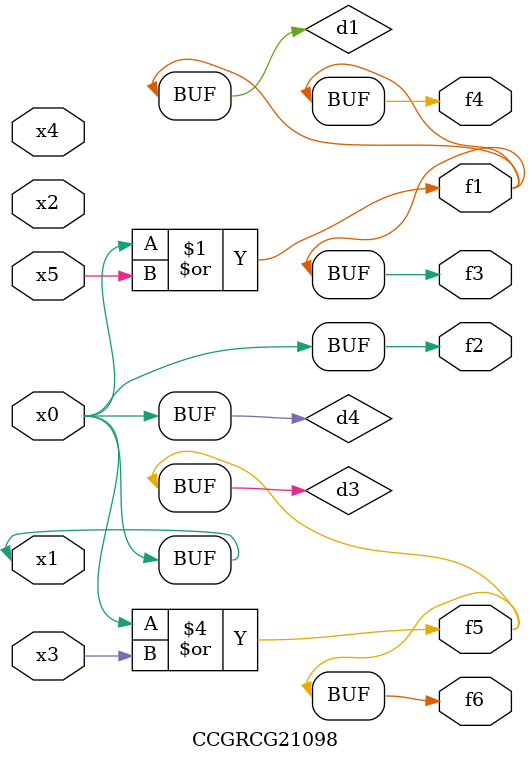
<source format=v>
module CCGRCG21098(
	input x0, x1, x2, x3, x4, x5,
	output f1, f2, f3, f4, f5, f6
);

	wire d1, d2, d3, d4;

	or (d1, x0, x5);
	xnor (d2, x1, x4);
	or (d3, x0, x3);
	buf (d4, x0, x1);
	assign f1 = d1;
	assign f2 = d4;
	assign f3 = d1;
	assign f4 = d1;
	assign f5 = d3;
	assign f6 = d3;
endmodule

</source>
